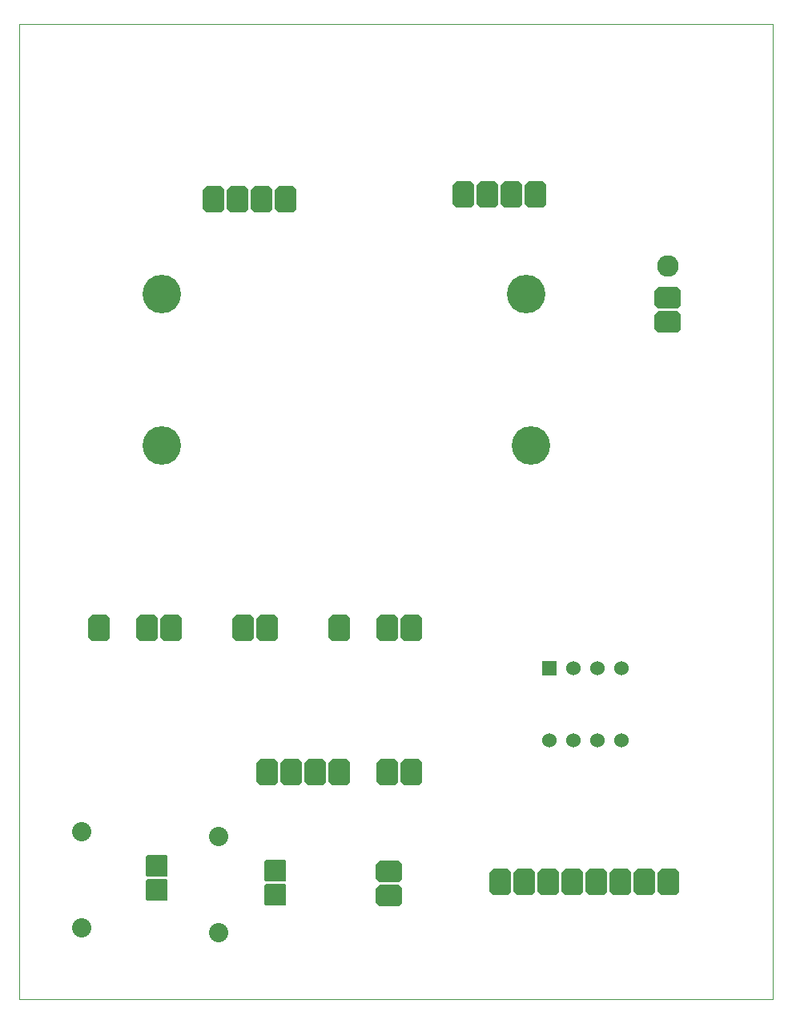
<source format=gbr>
G04 PROTEUS GERBER X2 FILE*
%TF.GenerationSoftware,Labcenter,Proteus,8.15-SP1-Build34318*%
%TF.CreationDate,2023-12-31T19:58:16+00:00*%
%TF.FileFunction,Soldermask,Bot*%
%TF.FilePolarity,Negative*%
%TF.Part,Single*%
%TF.SameCoordinates,{e2e6dbda-19b2-4580-b6bd-56b35323d263}*%
%FSLAX45Y45*%
%MOMM*%
G01*
%AMPPAD012*
4,1,8,
0.763800,1.397000,
-0.763800,1.397000,
-1.143000,1.017800,
-1.143000,-1.017800,
-0.763800,-1.397000,
0.763800,-1.397000,
1.143000,-1.017800,
1.143000,1.017800,
0.763800,1.397000,
0*%
%TA.AperFunction,Material*%
%ADD20PPAD012*%
%TA.AperFunction,Material*%
%ADD21C,4.064000*%
%AMPPAD014*
4,1,8,
-1.397000,0.763800,
-1.397000,-0.763800,
-1.017800,-1.143000,
1.017800,-1.143000,
1.397000,-0.763800,
1.397000,0.763800,
1.017800,1.143000,
-1.017800,1.143000,
-1.397000,0.763800,
0*%
%TA.AperFunction,Material*%
%ADD22PPAD014*%
%TA.AperFunction,Material*%
%ADD23C,2.286000*%
%AMPPAD016*
4,1,36,
-0.635000,-0.762000,
0.635000,-0.762000,
0.660970,-0.759470,
0.684980,-0.752200,
0.706580,-0.740650,
0.725290,-0.725290,
0.740650,-0.706570,
0.752200,-0.684980,
0.759470,-0.660970,
0.762000,-0.635000,
0.762000,0.635000,
0.759470,0.660970,
0.752200,0.684980,
0.740650,0.706570,
0.725290,0.725290,
0.706580,0.740650,
0.684980,0.752200,
0.660970,0.759470,
0.635000,0.762000,
-0.635000,0.762000,
-0.660970,0.759470,
-0.684980,0.752200,
-0.706580,0.740650,
-0.725290,0.725290,
-0.740650,0.706570,
-0.752200,0.684980,
-0.759470,0.660970,
-0.762000,0.635000,
-0.762000,-0.635000,
-0.759470,-0.660970,
-0.752200,-0.684980,
-0.740650,-0.706570,
-0.725290,-0.725290,
-0.706580,-0.740650,
-0.684980,-0.752200,
-0.660970,-0.759470,
-0.635000,-0.762000,
0*%
%TA.AperFunction,Material*%
%ADD24PPAD016*%
%ADD25C,1.524000*%
%AMPPAD018*
4,1,36,
1.143000,-1.016000,
1.143000,1.016000,
1.140470,1.041970,
1.133200,1.065980,
1.121650,1.087580,
1.106290,1.106290,
1.087570,1.121650,
1.065980,1.133200,
1.041970,1.140470,
1.016000,1.143000,
-1.016000,1.143000,
-1.041970,1.140470,
-1.065980,1.133200,
-1.087570,1.121650,
-1.106290,1.106290,
-1.121650,1.087580,
-1.133200,1.065980,
-1.140470,1.041970,
-1.143000,1.016000,
-1.143000,-1.016000,
-1.140470,-1.041970,
-1.133200,-1.065980,
-1.121650,-1.087580,
-1.106290,-1.106290,
-1.087570,-1.121650,
-1.065980,-1.133200,
-1.041970,-1.140470,
-1.016000,-1.143000,
1.016000,-1.143000,
1.041970,-1.140470,
1.065980,-1.133200,
1.087570,-1.121650,
1.106290,-1.106290,
1.121650,-1.087580,
1.133200,-1.065980,
1.140470,-1.041970,
1.143000,-1.016000,
0*%
%TA.AperFunction,Material*%
%ADD26PPAD018*%
%ADD27C,2.032000*%
%TA.AperFunction,Profile*%
%ADD71C,0.101600*%
%TD.AperFunction*%
D20*
X-4408000Y+2042000D03*
X-4662000Y+2042000D03*
X-5170000Y+2042000D03*
X-5424000Y+2042000D03*
X-5678000Y+2042000D03*
X-5932000Y+2042000D03*
X-7710000Y+3566000D03*
X-7202000Y+3566000D03*
X-6948000Y+3566000D03*
X-6186000Y+3566000D03*
X-5932000Y+3566000D03*
X-5170000Y+3566000D03*
X-4662000Y+3566000D03*
X-4408000Y+3566000D03*
D21*
X-3200000Y+7100000D03*
X-3150000Y+5500000D03*
X-7050000Y+5500000D03*
X-7050000Y+7100000D03*
D22*
X-1700000Y+7054000D03*
X-1700000Y+6800000D03*
D20*
X-5742000Y+8100000D03*
X-5996000Y+8100000D03*
X-6250000Y+8100000D03*
X-6504000Y+8100000D03*
X-3100000Y+8150000D03*
X-3354000Y+8150000D03*
X-3608000Y+8150000D03*
X-3862000Y+8150000D03*
X-1691000Y+883000D03*
X-1945000Y+883000D03*
X-2199000Y+883000D03*
X-2453000Y+883000D03*
X-2707000Y+883000D03*
X-2961000Y+883000D03*
X-3215000Y+883000D03*
X-3469000Y+883000D03*
D22*
X-4650000Y+746000D03*
X-4650000Y+1000000D03*
D23*
X-1700000Y+7400000D03*
D24*
X-2950000Y+3150000D03*
D25*
X-2696000Y+3150000D03*
X-2442000Y+3150000D03*
X-2188000Y+3150000D03*
X-2188000Y+2388000D03*
X-2442000Y+2388000D03*
X-2696000Y+2388000D03*
X-2950000Y+2388000D03*
D26*
X-5850000Y+750000D03*
X-5850000Y+1004000D03*
X-7100000Y+800000D03*
X-7100000Y+1054000D03*
D27*
X-6450000Y+350000D03*
X-6450000Y+1366000D03*
X-7900000Y+400000D03*
X-7900000Y+1416000D03*
D71*
X-8556680Y-350000D02*
X-593320Y-350000D01*
X-593320Y+9950000D01*
X-8556680Y+9950000D01*
X-8556680Y-350000D01*
M02*

</source>
